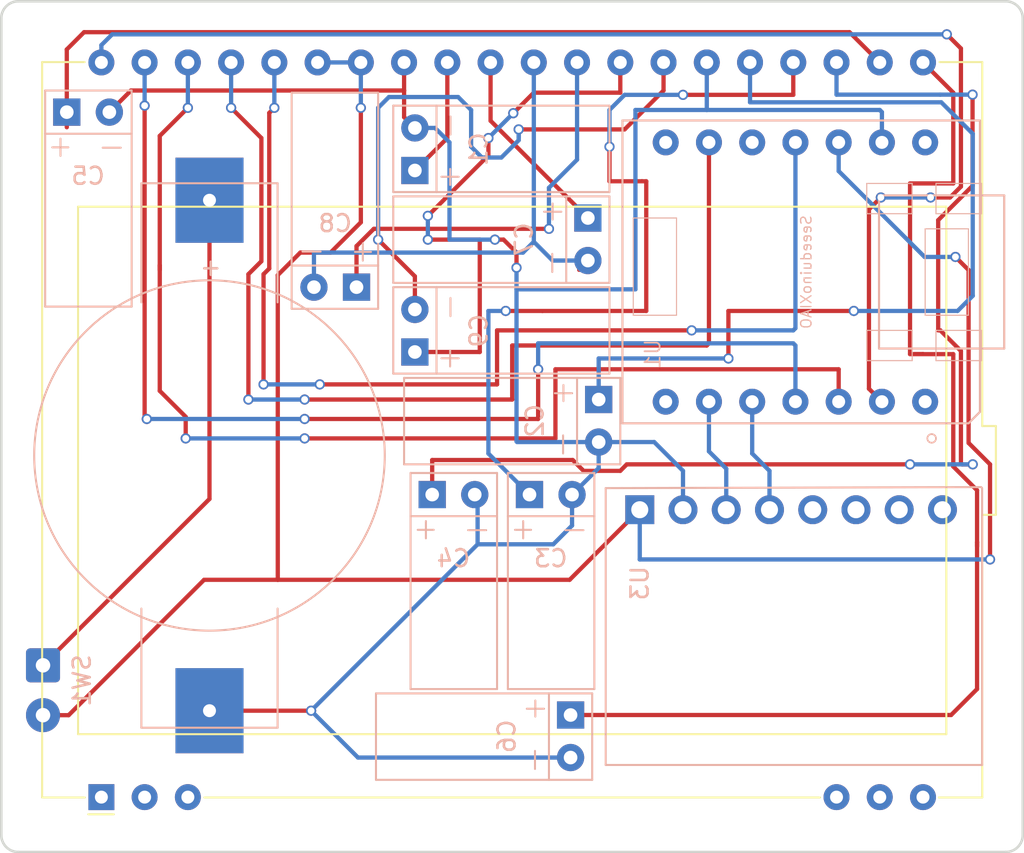
<source format=kicad_pcb>
(kicad_pcb (version 20171130) (host pcbnew "(5.1.9-0-10_14)")
  (layers (0 F.Cu signal) (31 B.Cu signal) (34 B.Paste user) (35 F.Paste user) (36 B.SilkS user) (37 F.SilkS user) (38 B.Mask user) (39 F.Mask user) (44 Edge.Cuts user))
  (net 0 "")
  (net 1 "Net-(BT1-Pad1)")
  (net 2 "Net-(BT1-Pad2)")
  (net 3 "Net-(C1-Pad1)")
  (net 4 "Net-(C2-Pad1)")
  (net 5 "Net-(C3-Pad1)")
  (net 6 "Net-(C4-Pad1)")
  (net 7 "Net-(C5-Pad1)")
  (net 8 "Net-(C6-Pad1)")
  (net 9 "Net-(C7-Pad2)")
  (net 10 "Net-(C7-Pad1)")
  (net 11 "Net-(C8-Pad1)")
  (net 12 "Net-(C9-Pad2)")
  (net 13 "Net-(C9-Pad1)")
  (net 14 "Net-(SW1-Pad2)")
  (net 15 "Net-(U1-Pad1)")
  (net 16 "Net-(U1-Pad2)")
  (net 17 "Net-(U1-Pad3)")
  (net 18 "Net-(U1-Pad4)")
  (net 19 "Net-(U1-Pad5)")
  (net 20 "Net-(U1-Pad6)")
  (net 21 "Net-(U1-Pad7)")
  (net 22 "Net-(U1-Pad8)")
  (net 23 "Net-(U1-Pad9)")
  (net 24 "Net-(U1-Pad10)")
  (net 25 "Net-(U1-Pad11)")
  (net 26 "Net-(U1-Pad14)")
  (net 27 "Net-(U3-Pad8)")
  (net 28 "Net-(U3-Pad7)")
  (net 29 "Net-(U3-Pad6)")
  (net 30 "Net-(U3-Pad5)")
  (module Connector_Wire:SolderWire-0.25sqmm_1x02_P4.5mm_D0.65mm_OD2mm (layer B.Cu) (at 52.451 89.027 270)
    (fp_text reference SW1 (at 0.889 -2.286 270) (layer B.SilkS) (effects (justify mirror)))
    (fp_text value SW_SPST)
    (pad 2 thru_hole circle (at 2.93 0 270) (size 2 2) (drill 0.85) (layers *.Cu *.Mask) (net 14 "Net-(SW1-Pad2)"))
    (pad 1 thru_hole roundrect (at 0 0 270) (size 2 2) (drill 0.85) (layers *.Cu *.Mask) (roundrect_rratio 0.125) (net 1 "Net-(BT1-Pad1)"))
  )
  (module Capacitor_THT:CP_Radial_D5.0mm_L10mm_P2.50mm_Lying (layer B.Cu) (at 74.295 70.612 90)
    (fp_text reference C9 (at 1.25 3.75 90) (layer B.SilkS) (effects (justify mirror)))
    (fp_text value CP)
    (fp_line (start -1.27 -1.27) (end 3.81 -1.27) (layer B.SilkS) (width 0.12))
    (fp_line (start 3.81 -1.27) (end 3.81 11.43) (layer B.SilkS) (width 0.12))
    (fp_line (start 3.81 11.43) (end -1.27 11.43) (layer B.SilkS) (width 0.12))
    (fp_line (start -1.27 11.43) (end -1.27 -1.27) (layer B.SilkS) (width 0.12))
    (fp_line (start -1.27 1.27) (end 3.81 1.27) (layer B.SilkS) (width 0.12))
    (fp_line (start -0.85 2.07) (end 0.09 2.07) (layer B.SilkS) (width 0.12))
    (fp_line (start -0.37 2.57) (end -0.37 1.56) (layer B.SilkS) (width 0.12))
    (fp_line (start 2.11 2.09) (end 3.17 2.09) (layer B.SilkS) (width 0.12))
    (pad 2 thru_hole circle (at 2.5 0 90) (size 1.6 1.6) (drill 0.8) (layers *.Cu *.Mask) (net 12 "Net-(C9-Pad2)"))
    (pad 1 thru_hole rect (at 0 0 90) (size 1.6 1.6) (drill 0.8) (layers *.Cu *.Mask) (net 13 "Net-(C9-Pad1)"))
  )
  (module Capacitor_THT:CP_Radial_D5.0mm_L10mm_P2.50mm_Lying (layer B.Cu) (at 70.866 66.802 180)
    (fp_text reference C8 (at 1.25 3.75) (layer B.SilkS) (effects (justify mirror)))
    (fp_text value CP)
    (fp_line (start -1.27 -1.27) (end 3.81 -1.27) (layer B.SilkS) (width 0.12))
    (fp_line (start 3.81 -1.27) (end 3.81 11.43) (layer B.SilkS) (width 0.12))
    (fp_line (start 3.81 11.43) (end -1.27 11.43) (layer B.SilkS) (width 0.12))
    (fp_line (start -1.27 11.43) (end -1.27 -1.27) (layer B.SilkS) (width 0.12))
    (fp_line (start -1.27 1.27) (end 3.81 1.27) (layer B.SilkS) (width 0.12))
    (fp_line (start -0.85 2.07) (end 0.09 2.07) (layer B.SilkS) (width 0.12))
    (fp_line (start -0.37 2.57) (end -0.37 1.56) (layer B.SilkS) (width 0.12))
    (fp_line (start 2.11 2.09) (end 3.17 2.09) (layer B.SilkS) (width 0.12))
    (pad 2 thru_hole circle (at 2.5 0 180) (size 1.6 1.6) (drill 0.8) (layers *.Cu *.Mask) (net 9 "Net-(C7-Pad2)"))
    (pad 1 thru_hole rect (at 0 0 180) (size 1.6 1.6) (drill 0.8) (layers *.Cu *.Mask) (net 11 "Net-(C8-Pad1)"))
  )
  (module Capacitor_THT:CP_Radial_D5.0mm_L10mm_P2.50mm_Lying (layer B.Cu) (at 84.455 62.738 270)
    (fp_text reference C7 (at 1.25 3.75 90) (layer B.SilkS) (effects (justify mirror)))
    (fp_text value CP)
    (fp_line (start -1.27 -1.27) (end 3.81 -1.27) (layer B.SilkS) (width 0.12))
    (fp_line (start 3.81 -1.27) (end 3.81 11.43) (layer B.SilkS) (width 0.12))
    (fp_line (start 3.81 11.43) (end -1.27 11.43) (layer B.SilkS) (width 0.12))
    (fp_line (start -1.27 11.43) (end -1.27 -1.27) (layer B.SilkS) (width 0.12))
    (fp_line (start -1.27 1.27) (end 3.81 1.27) (layer B.SilkS) (width 0.12))
    (fp_line (start -0.85 2.07) (end 0.09 2.07) (layer B.SilkS) (width 0.12))
    (fp_line (start -0.37 2.57) (end -0.37 1.56) (layer B.SilkS) (width 0.12))
    (fp_line (start 2.11 2.09) (end 3.17 2.09) (layer B.SilkS) (width 0.12))
    (pad 2 thru_hole circle (at 2.5 0 270) (size 1.6 1.6) (drill 0.8) (layers *.Cu *.Mask) (net 9 "Net-(C7-Pad2)"))
    (pad 1 thru_hole rect (at 0 0 270) (size 1.6 1.6) (drill 0.8) (layers *.Cu *.Mask) (net 10 "Net-(C7-Pad1)"))
  )
  (module Capacitor_THT:CP_Radial_D5.0mm_L10mm_P2.50mm_Lying (layer B.Cu) (at 83.439 91.948 270)
    (fp_text reference C6 (at 1.25 3.75 90) (layer B.SilkS) (effects (justify mirror)))
    (fp_text value CP)
    (fp_line (start -1.27 -1.27) (end 3.81 -1.27) (layer B.SilkS) (width 0.12))
    (fp_line (start 3.81 -1.27) (end 3.81 11.43) (layer B.SilkS) (width 0.12))
    (fp_line (start 3.81 11.43) (end -1.27 11.43) (layer B.SilkS) (width 0.12))
    (fp_line (start -1.27 11.43) (end -1.27 -1.27) (layer B.SilkS) (width 0.12))
    (fp_line (start -1.27 1.27) (end 3.81 1.27) (layer B.SilkS) (width 0.12))
    (fp_line (start -0.85 2.07) (end 0.09 2.07) (layer B.SilkS) (width 0.12))
    (fp_line (start -0.37 2.57) (end -0.37 1.56) (layer B.SilkS) (width 0.12))
    (fp_line (start 2.11 2.09) (end 3.17 2.09) (layer B.SilkS) (width 0.12))
    (pad 2 thru_hole circle (at 2.5 0 270) (size 1.6 1.6) (drill 0.8) (layers *.Cu *.Mask) (net 2 "Net-(BT1-Pad2)"))
    (pad 1 thru_hole rect (at 0 0 270) (size 1.6 1.6) (drill 0.8) (layers *.Cu *.Mask) (net 8 "Net-(C6-Pad1)"))
  )
  (module Capacitor_THT:CP_Radial_D5.0mm_L10mm_P2.50mm_Lying (layer B.Cu) (at 53.848 56.515)
    (fp_text reference C5 (at 1.25 3.75) (layer B.SilkS) (effects (justify mirror)))
    (fp_text value CP)
    (fp_line (start -1.27 -1.27) (end 3.81 -1.27) (layer B.SilkS) (width 0.12))
    (fp_line (start 3.81 -1.27) (end 3.81 11.43) (layer B.SilkS) (width 0.12))
    (fp_line (start 3.81 11.43) (end -1.27 11.43) (layer B.SilkS) (width 0.12))
    (fp_line (start -1.27 11.43) (end -1.27 -1.27) (layer B.SilkS) (width 0.12))
    (fp_line (start -1.27 1.27) (end 3.81 1.27) (layer B.SilkS) (width 0.12))
    (fp_line (start -0.85 2.07) (end 0.09 2.07) (layer B.SilkS) (width 0.12))
    (fp_line (start -0.37 2.57) (end -0.37 1.56) (layer B.SilkS) (width 0.12))
    (fp_line (start 2.11 2.09) (end 3.17 2.09) (layer B.SilkS) (width 0.12))
    (pad 2 thru_hole circle (at 2.5 0) (size 1.6 1.6) (drill 0.8) (layers *.Cu *.Mask) (net 2 "Net-(BT1-Pad2)"))
    (pad 1 thru_hole rect (at 0 0) (size 1.6 1.6) (drill 0.8) (layers *.Cu *.Mask) (net 7 "Net-(C5-Pad1)"))
  )
  (module Capacitor_THT:CP_Radial_D5.0mm_L10mm_P2.50mm_Lying (layer B.Cu) (at 75.311 78.994)
    (fp_text reference C4 (at 1.25 3.75) (layer B.SilkS) (effects (justify mirror)))
    (fp_text value CP)
    (fp_line (start -1.27 -1.27) (end 3.81 -1.27) (layer B.SilkS) (width 0.12))
    (fp_line (start 3.81 -1.27) (end 3.81 11.43) (layer B.SilkS) (width 0.12))
    (fp_line (start 3.81 11.43) (end -1.27 11.43) (layer B.SilkS) (width 0.12))
    (fp_line (start -1.27 11.43) (end -1.27 -1.27) (layer B.SilkS) (width 0.12))
    (fp_line (start -1.27 1.27) (end 3.81 1.27) (layer B.SilkS) (width 0.12))
    (fp_line (start -0.85 2.07) (end 0.09 2.07) (layer B.SilkS) (width 0.12))
    (fp_line (start -0.37 2.57) (end -0.37 1.56) (layer B.SilkS) (width 0.12))
    (fp_line (start 2.11 2.09) (end 3.17 2.09) (layer B.SilkS) (width 0.12))
    (pad 2 thru_hole circle (at 2.5 0) (size 1.6 1.6) (drill 0.8) (layers *.Cu *.Mask) (net 2 "Net-(BT1-Pad2)"))
    (pad 1 thru_hole rect (at 0 0) (size 1.6 1.6) (drill 0.8) (layers *.Cu *.Mask) (net 6 "Net-(C4-Pad1)"))
  )
  (module Capacitor_THT:CP_Radial_D5.0mm_L10mm_P2.50mm_Lying (layer B.Cu) (at 81.026 78.994)
    (fp_text reference C3 (at 1.25 3.75) (layer B.SilkS) (effects (justify mirror)))
    (fp_text value CP)
    (fp_line (start -1.27 -1.27) (end 3.81 -1.27) (layer B.SilkS) (width 0.12))
    (fp_line (start 3.81 -1.27) (end 3.81 11.43) (layer B.SilkS) (width 0.12))
    (fp_line (start 3.81 11.43) (end -1.27 11.43) (layer B.SilkS) (width 0.12))
    (fp_line (start -1.27 11.43) (end -1.27 -1.27) (layer B.SilkS) (width 0.12))
    (fp_line (start -1.27 1.27) (end 3.81 1.27) (layer B.SilkS) (width 0.12))
    (fp_line (start -0.85 2.07) (end 0.09 2.07) (layer B.SilkS) (width 0.12))
    (fp_line (start -0.37 2.57) (end -0.37 1.56) (layer B.SilkS) (width 0.12))
    (fp_line (start 2.11 2.09) (end 3.17 2.09) (layer B.SilkS) (width 0.12))
    (pad 2 thru_hole circle (at 2.5 0) (size 1.6 1.6) (drill 0.8) (layers *.Cu *.Mask) (net 2 "Net-(BT1-Pad2)"))
    (pad 1 thru_hole rect (at 0 0) (size 1.6 1.6) (drill 0.8) (layers *.Cu *.Mask) (net 5 "Net-(C3-Pad1)"))
  )
  (module Capacitor_THT:CP_Radial_D5.0mm_L10mm_P2.50mm_Lying (layer B.Cu) (at 85.09 73.406 270)
    (fp_text reference C2 (at 1.25 3.75 90) (layer B.SilkS) (effects (justify mirror)))
    (fp_text value CP)
    (fp_line (start -1.27 -1.27) (end 3.81 -1.27) (layer B.SilkS) (width 0.12))
    (fp_line (start 3.81 -1.27) (end 3.81 11.43) (layer B.SilkS) (width 0.12))
    (fp_line (start 3.81 11.43) (end -1.27 11.43) (layer B.SilkS) (width 0.12))
    (fp_line (start -1.27 11.43) (end -1.27 -1.27) (layer B.SilkS) (width 0.12))
    (fp_line (start -1.27 1.27) (end 3.81 1.27) (layer B.SilkS) (width 0.12))
    (fp_line (start -0.85 2.07) (end 0.09 2.07) (layer B.SilkS) (width 0.12))
    (fp_line (start -0.37 2.57) (end -0.37 1.56) (layer B.SilkS) (width 0.12))
    (fp_line (start 2.11 2.09) (end 3.17 2.09) (layer B.SilkS) (width 0.12))
    (pad 2 thru_hole circle (at 2.5 0 270) (size 1.6 1.6) (drill 0.8) (layers *.Cu *.Mask) (net 2 "Net-(BT1-Pad2)"))
    (pad 1 thru_hole rect (at 0 0 270) (size 1.6 1.6) (drill 0.8) (layers *.Cu *.Mask) (net 4 "Net-(C2-Pad1)"))
  )
  (module Capacitor_THT:CP_Radial_D5.0mm_L10mm_P2.50mm_Lying (layer B.Cu) (at 74.295 59.944 90)
    (fp_text reference C1 (at 1.25 3.75 90) (layer B.SilkS) (effects (justify mirror)))
    (fp_text value CP)
    (fp_line (start -1.27 -1.27) (end 3.81 -1.27) (layer B.SilkS) (width 0.12))
    (fp_line (start 3.81 -1.27) (end 3.81 11.43) (layer B.SilkS) (width 0.12))
    (fp_line (start 3.81 11.43) (end -1.27 11.43) (layer B.SilkS) (width 0.12))
    (fp_line (start -1.27 11.43) (end -1.27 -1.27) (layer B.SilkS) (width 0.12))
    (fp_line (start -1.27 1.27) (end 3.81 1.27) (layer B.SilkS) (width 0.12))
    (fp_line (start -0.85 2.07) (end 0.09 2.07) (layer B.SilkS) (width 0.12))
    (fp_line (start -0.37 2.57) (end -0.37 1.56) (layer B.SilkS) (width 0.12))
    (fp_line (start 2.11 2.09) (end 3.17 2.09) (layer B.SilkS) (width 0.12))
    (pad 2 thru_hole circle (at 2.5 0 90) (size 1.6 1.6) (drill 0.8) (layers *.Cu *.Mask) (net 2 "Net-(BT1-Pad2)"))
    (pad 1 thru_hole rect (at 0 0 90) (size 1.6 1.6) (drill 0.8) (layers *.Cu *.Mask) (net 3 "Net-(C1-Pad1)"))
  )
  (module XIAO:XIAO-MOUDLE14P-2.54-21X17.8MM_Pins (layer B.Cu) (at 86.487 74.803 90)
    (fp_text reference U1 (at 4.064 1.778 90) (layer B.SilkS) (effects (font (size 0.889 0.889) (thickness 0.1016)) (justify mirror)))
    (fp_text value SeeeduinoXIAO (at 8.89 10.795 90) (layer B.SilkS) (effects (font (size 0.6096 0.6096) (thickness 0.0762)) (justify mirror)))
    (fp_circle (center -0.889 18.161) (end -0.889 18.415) (layer B.SilkS) (width 0.1))
    (fp_line (start 4.3942 15.06982) (end 4.3942 22.42312) (layer B.SilkS) (width 0.127))
    (fp_line (start 13.39342 15.06982) (end 4.3942 15.06982) (layer B.SilkS) (width 0.127))
    (fp_line (start 13.39342 22.42312) (end 13.39342 15.06982) (layer B.SilkS) (width 0.127))
    (fp_line (start 4.39928 22.42312) (end 13.39342 22.42312) (layer B.SilkS) (width 0.127))
    (fp_line (start 0 20.32762) (end 0 0) (layer B.SilkS) (width 0.127))
    (fp_line (start 0.67056 20.99818) (end 0 20.32762) (layer B.SilkS) (width 0.127))
    (fp_line (start 17.79778 20.99818) (end 0.67056 20.99818) (layer B.SilkS) (width 0.127))
    (fp_line (start 17.79778 0) (end 17.79778 20.99818) (layer B.SilkS) (width 0.127))
    (fp_line (start 0 0) (end 17.79778 0) (layer B.SilkS) (width 0.127))
    (fp_line (start 12.319 18.415) (end 12.319 21.082) (layer B.SilkS) (width 0.06604))
    (fp_line (start 12.319 21.082) (end 14.097 21.082) (layer B.SilkS) (width 0.06604))
    (fp_line (start 14.097 18.415) (end 14.097 21.082) (layer B.SilkS) (width 0.06604))
    (fp_line (start 12.319 18.415) (end 14.097 18.415) (layer B.SilkS) (width 0.06604))
    (fp_line (start 12.319 14.34846) (end 12.319 17.018) (layer B.SilkS) (width 0.06604))
    (fp_line (start 12.319 17.018) (end 14.097 17.018) (layer B.SilkS) (width 0.06604))
    (fp_line (start 14.097 14.34846) (end 14.097 17.018) (layer B.SilkS) (width 0.06604))
    (fp_line (start 12.319 14.34846) (end 14.097 14.34846) (layer B.SilkS) (width 0.06604))
    (fp_line (start 3.683 14.34846) (end 3.683 17.018) (layer B.SilkS) (width 0.06604))
    (fp_line (start 3.683 17.018) (end 5.461 17.018) (layer B.SilkS) (width 0.06604))
    (fp_line (start 5.461 14.34846) (end 5.461 17.018) (layer B.SilkS) (width 0.06604))
    (fp_line (start 3.683 14.34846) (end 5.461 14.34846) (layer B.SilkS) (width 0.06604))
    (fp_line (start 3.683 18.415) (end 3.683 21.082) (layer B.SilkS) (width 0.06604))
    (fp_line (start 3.683 21.082) (end 5.461 21.082) (layer B.SilkS) (width 0.06604))
    (fp_line (start 5.461 18.415) (end 5.461 21.082) (layer B.SilkS) (width 0.06604))
    (fp_line (start 3.683 18.415) (end 5.461 18.415) (layer B.SilkS) (width 0.06604))
    (fp_line (start 6.35 0.635) (end 6.35 3.175) (layer B.SilkS) (width 0.06604))
    (fp_line (start 6.35 3.175) (end 12.065 3.175) (layer B.SilkS) (width 0.06604))
    (fp_line (start 12.065 0.635) (end 12.065 3.175) (layer B.SilkS) (width 0.06604))
    (fp_line (start 6.35 0.635) (end 12.065 0.635) (layer B.SilkS) (width 0.06604))
    (fp_line (start 6.35 17.78) (end 6.35 20.32) (layer B.SilkS) (width 0.06604))
    (fp_line (start 6.35 20.32) (end 11.43 20.32) (layer B.SilkS) (width 0.06604))
    (fp_line (start 11.43 17.78) (end 11.43 20.32) (layer B.SilkS) (width 0.06604))
    (fp_line (start 6.35 17.78) (end 11.43 17.78) (layer B.SilkS) (width 0.06604))
    (pad 1 thru_hole circle (at 1.27 17.78 90) (size 1.524 1.524) (drill 0.762) (layers *.Cu *.Mask) (net 15 "Net-(U1-Pad1)"))
    (pad 2 thru_hole circle (at 1.27 15.24 90) (size 1.524 1.524) (drill 0.762) (layers *.Cu *.Mask) (net 16 "Net-(U1-Pad2)"))
    (pad 3 thru_hole circle (at 1.27 12.7 90) (size 1.524 1.524) (drill 0.762) (layers *.Cu *.Mask) (net 17 "Net-(U1-Pad3)"))
    (pad 4 thru_hole circle (at 1.27 10.16 90) (size 1.524 1.524) (drill 0.762) (layers *.Cu *.Mask) (net 18 "Net-(U1-Pad4)"))
    (pad 5 thru_hole circle (at 1.27 7.62 90) (size 1.524 1.524) (drill 0.762) (layers *.Cu *.Mask) (net 19 "Net-(U1-Pad5)"))
    (pad 6 thru_hole circle (at 1.27 5.08 90) (size 1.524 1.524) (drill 0.762) (layers *.Cu *.Mask) (net 20 "Net-(U1-Pad6)"))
    (pad 7 thru_hole circle (at 1.27 2.54 90) (size 1.524 1.524) (drill 0.762) (layers *.Cu *.Mask) (net 21 "Net-(U1-Pad7)"))
    (pad 8 thru_hole circle (at 16.51 2.54 90) (size 1.524 1.524) (drill 0.762) (layers *.Cu *.Mask) (net 22 "Net-(U1-Pad8)"))
    (pad 9 thru_hole circle (at 16.51 5.08 90) (size 1.524 1.524) (drill 0.762) (layers *.Cu *.Mask) (net 23 "Net-(U1-Pad9)"))
    (pad 10 thru_hole circle (at 16.51 7.62 90) (size 1.524 1.524) (drill 0.762) (layers *.Cu *.Mask) (net 24 "Net-(U1-Pad10)"))
    (pad 11 thru_hole circle (at 16.51 10.16 90) (size 1.524 1.524) (drill 0.762) (layers *.Cu *.Mask) (net 25 "Net-(U1-Pad11)"))
    (pad 12 thru_hole circle (at 16.51 12.7 90) (size 1.524 1.524) (drill 0.762) (layers *.Cu *.Mask) (net 14 "Net-(SW1-Pad2)"))
    (pad 13 thru_hole circle (at 16.51 15.24 90) (size 1.524 1.524) (drill 0.762) (layers *.Cu *.Mask) (net 2 "Net-(BT1-Pad2)"))
    (pad 14 thru_hole circle (at 16.51 17.78 90) (size 1.524 1.524) (drill 0.762) (layers *.Cu *.Mask) (net 26 "Net-(U1-Pad14)"))
  )
  (module Sensor_Motion:MPU_Breakout (layer B.Cu) (at 87.503 79.883 270)
    (fp_text reference U3 (at 4.318 0 90) (layer B.SilkS) (effects (justify mirror)))
    (fp_text value MPU_Breakout)
    (fp_line (start -1.27 2) (end 15 2) (layer B.SilkS) (width 0.12))
    (fp_line (start 15 2) (end 15 -20.11) (layer B.SilkS) (width 0.12))
    (fp_line (start -1.27 2) (end -1.33 -20.066) (layer B.SilkS) (width 0.12))
    (fp_line (start -1.27 -20.11) (end 15 -20.11) (layer B.SilkS) (width 0.12))
    (pad 8 thru_hole oval (at 0 -17.78 270) (size 1.7 1.7) (drill 1) (layers *.Cu *.Mask) (net 27 "Net-(U3-Pad8)"))
    (pad 7 thru_hole oval (at 0 -15.24 270) (size 1.7 1.7) (drill 1) (layers *.Cu *.Mask) (net 28 "Net-(U3-Pad7)"))
    (pad 6 thru_hole oval (at 0 -12.7 270) (size 1.7 1.7) (drill 1) (layers *.Cu *.Mask) (net 29 "Net-(U3-Pad6)"))
    (pad 5 thru_hole oval (at 0 -10.16 270) (size 1.7 1.7) (drill 1) (layers *.Cu *.Mask) (net 30 "Net-(U3-Pad5)"))
    (pad 4 thru_hole oval (at 0 -7.62 270) (size 1.7 1.7) (drill 1) (layers *.Cu *.Mask) (net 19 "Net-(U1-Pad5)"))
    (pad 3 thru_hole oval (at 0 -5.08 270) (size 1.7 1.7) (drill 1) (layers *.Cu *.Mask) (net 20 "Net-(U1-Pad6)"))
    (pad 2 thru_hole oval (at 0 -2.54 270) (size 1.7 1.7) (drill 1) (layers *.Cu *.Mask) (net 2 "Net-(BT1-Pad2)"))
    (pad 1 thru_hole rect (at 0 0 270) (size 1.7 1.7) (drill 1) (layers *.Cu *.Mask) (net 14 "Net-(SW1-Pad2)"))
  )
  (module DOGM128:EA_DOGM128-6 (layer F.Cu) (at 55.88 96.774 90)
    (fp_text reference U2 hide)
    (fp_text value EA-DOGM128W-6)
    (fp_line (start 16.59 51.74) (end -0.02 51.74) (layer F.SilkS) (width 0.12))
    (fp_line (start 16.59 52.54) (end 16.59 51.74) (layer F.SilkS) (width 0.12))
    (fp_line (start 21.81 52.54) (end 16.59 52.54) (layer F.SilkS) (width 0.12))
    (fp_line (start 21.81 51.74) (end 21.81 52.54) (layer F.SilkS) (width 0.12))
    (fp_line (start 43.2 51.74) (end 21.81 51.74) (layer F.SilkS) (width 0.12))
    (fp_line (start -0.02 51.74) (end -0.02 49.19) (layer F.SilkS) (width 0.12))
    (fp_line (start -1.01 -0.77) (end -1.01 0.73) (layer F.SilkS) (width 0.12))
    (fp_line (start -0.02 -0.97) (end -0.02 -3.48) (layer F.SilkS) (width 0.12))
    (fp_line (start -0.02 6.05) (end -0.02 42.21) (layer F.SilkS) (width 0.12))
    (fp_line (start 43.2 49.23) (end 43.2 51.74) (layer F.SilkS) (width 0.12))
    (fp_line (start 43.2 -3.48) (end 43.2 -0.98) (layer F.SilkS) (width 0.12))
    (fp_line (start -0.02 -3.48) (end 43.2 -3.48) (layer F.SilkS) (width 0.12))
    (fp_line (start 34.7 -1.37) (end 3.7 -1.37) (layer F.SilkS) (width 0.12))
    (fp_line (start 3.7 -1.37) (end 3.7 49.63) (layer F.SilkS) (width 0.12))
    (fp_line (start 3.7 49.63) (end 34.7 49.63) (layer F.SilkS) (width 0.12))
    (fp_line (start 34.7 49.63) (end 34.7 -1.37) (layer F.SilkS) (width 0.12))
    (pad 40 thru_hole circle (at 43.18 0) (size 1.524 1.524) (drill 0.762) (layers *.Cu *.Mask) (net 16 "Net-(U1-Pad2)"))
    (pad 39 thru_hole circle (at 43.18 2.54) (size 1.524 1.524) (drill 0.762) (layers *.Cu *.Mask) (net 18 "Net-(U1-Pad4)"))
    (pad 38 thru_hole circle (at 43.18 5.08) (size 1.524 1.524) (drill 0.762) (layers *.Cu *.Mask) (net 17 "Net-(U1-Pad3)"))
    (pad 37 thru_hole circle (at 43.18 7.62) (size 1.524 1.524) (drill 0.762) (layers *.Cu *.Mask) (net 23 "Net-(U1-Pad9)"))
    (pad 36 thru_hole circle (at 43.18 10.16) (size 1.524 1.524) (drill 0.762) (layers *.Cu *.Mask) (net 25 "Net-(U1-Pad11)"))
    (pad 35 thru_hole circle (at 43.18 12.7) (size 1.524 1.524) (drill 0.762) (layers *.Cu *.Mask) (net 14 "Net-(SW1-Pad2)"))
    (pad 34 thru_hole circle (at 43.18 15.24) (size 1.524 1.524) (drill 0.762) (layers *.Cu *.Mask) (net 14 "Net-(SW1-Pad2)"))
    (pad 33 thru_hole circle (at 43.18 17.78) (size 1.524 1.524) (drill 0.762) (layers *.Cu *.Mask) (net 2 "Net-(BT1-Pad2)"))
    (pad 32 thru_hole circle (at 43.18 20.32) (size 1.524 1.524) (drill 0.762) (layers *.Cu *.Mask) (net 3 "Net-(C1-Pad1)"))
    (pad 31 thru_hole circle (at 43.18 22.86) (size 1.524 1.524) (drill 0.762) (layers *.Cu *.Mask) (net 10 "Net-(C7-Pad1)"))
    (pad 30 thru_hole circle (at 43.18 25.4) (size 1.524 1.524) (drill 0.762) (layers *.Cu *.Mask) (net 9 "Net-(C7-Pad2)"))
    (pad 29 thru_hole circle (at 43.18 27.94) (size 1.524 1.524) (drill 0.762) (layers *.Cu *.Mask) (net 11 "Net-(C8-Pad1)"))
    (pad 28 thru_hole circle (at 43.18 30.48) (size 1.524 1.524) (drill 0.762) (layers *.Cu *.Mask) (net 13 "Net-(C9-Pad1)"))
    (pad 27 thru_hole circle (at 43.18 33.02) (size 1.524 1.524) (drill 0.762) (layers *.Cu *.Mask) (net 12 "Net-(C9-Pad2)"))
    (pad 26 thru_hole circle (at 43.18 35.56) (size 1.524 1.524) (drill 0.762) (layers *.Cu *.Mask) (net 2 "Net-(BT1-Pad2)"))
    (pad 25 thru_hole circle (at 43.18 38.1) (size 1.524 1.524) (drill 0.762) (layers *.Cu *.Mask) (net 4 "Net-(C2-Pad1)"))
    (pad 24 thru_hole circle (at 43.18 40.64) (size 1.524 1.524) (drill 0.762) (layers *.Cu *.Mask) (net 5 "Net-(C3-Pad1)"))
    (pad 23 thru_hole circle (at 43.18 43.18) (size 1.524 1.524) (drill 0.762) (layers *.Cu *.Mask) (net 6 "Net-(C4-Pad1)"))
    (pad 22 thru_hole circle (at 43.18 45.72) (size 1.524 1.524) (drill 0.762) (layers *.Cu *.Mask) (net 7 "Net-(C5-Pad1)"))
    (pad 21 thru_hole circle (at 43.18 48.26) (size 1.524 1.524) (drill 0.762) (layers *.Cu *.Mask) (net 8 "Net-(C6-Pad1)"))
    (pad 20 thru_hole circle (at 0 48.26) (size 1.524 1.524) (drill 0.762) (layers *.Cu *.Mask))
    (pad 19 thru_hole circle (at 0 45.72) (size 1.524 1.524) (drill 0.762) (layers *.Cu *.Mask))
    (pad 18 thru_hole circle (at 0 43.18) (size 1.524 1.524) (drill 0.762) (layers *.Cu *.Mask))
    (pad 3 thru_hole circle (at 0 5.08) (size 1.524 1.524) (drill 0.762) (layers *.Cu *.Mask))
    (pad 2 thru_hole circle (at 0 2.54) (size 1.524 1.524) (drill 0.762) (layers *.Cu *.Mask))
    (pad 1 thru_hole rect (at 0 0) (size 1.524 1.524) (drill 0.762) (layers *.Cu *.Mask))
  )
  (module Battery:Battery_CR2032 (layer B.Cu) (at 62.23 76.694 270)
    (fp_text reference BT1 hide)
    (fp_text value Battery)
    (fp_circle (center 0 0) (end 9 5) (layer B.SilkS) (width 0.12))
    (fp_line (start 9 4) (end 16 4) (layer B.SilkS) (width 0.12))
    (fp_line (start 16 4) (end 16 -4) (layer B.SilkS) (width 0.12))
    (fp_line (start 16 -4) (end 9 -4) (layer B.SilkS) (width 0.12))
    (fp_line (start -9 4) (end -16 4) (layer B.SilkS) (width 0.12))
    (fp_line (start -16 4) (end -16 -4) (layer B.SilkS) (width 0.12))
    (fp_line (start -16 -4) (end -9 -4) (layer B.SilkS) (width 0.12))
    (fp_text user + (at -11 0 90) (layer B.SilkS) (effects (justify mirror)))
    (pad 1 thru_hole rect (at -15 0 270) (size 5 4) (drill 0.762) (layers *.Cu *.Mask) (net 1 "Net-(BT1-Pad1)"))
    (pad 2 thru_hole rect (at 15 0 270) (size 5 4) (drill 0.762) (layers *.Cu *.Mask) (net 2 "Net-(BT1-Pad2)"))
  )
  (gr_arc (start 51 99) (end 50 99) (angle -90) (layer Edge.Cuts) (width 0.15))
  (gr_arc (start 109 99) (end 109 100) (angle -90) (layer Edge.Cuts) (width 0.15))
  (gr_arc (start 109 51) (end 110 51) (angle -90) (layer Edge.Cuts) (width 0.15))
  (gr_arc (start 51 51) (end 51 50) (angle -90) (layer Edge.Cuts) (width 0.15))
  (gr_line (start 50 99) (end 50 51) (layer Edge.Cuts) (width 0.15))
  (gr_line (start 109 100) (end 51 100) (layer Edge.Cuts) (width 0.15))
  (gr_line (start 110 51) (end 110 99) (layer Edge.Cuts) (width 0.15))
  (gr_line (start 51 50) (end 109 50) (layer Edge.Cuts) (width 0.15))
  (segment (start 62.23 79.248) (end 52.451 89.027) (width 0.25) (layer F.Cu) (net 1))
  (segment (start 62.23 61.694) (end 62.23 79.248) (width 0.25) (layer F.Cu) (net 1))
  (segment (start 62.23 91.694) (end 68.199 91.694) (width 0.25) (layer F.Cu) (net 2))
  (segment (start 68.199 91.694) (end 68.199 91.694) (width 0.25) (layer F.Cu) (net 2))
  (via (at 68.199 91.694) (size 0.6) (drill 0.4) (layers F.Cu B.Cu) (net 2))
  (segment (start 68.199 91.694) (end 77.978 81.915) (width 0.25) (layer B.Cu) (net 2))
  (segment (start 77.978 79.161) (end 77.811 78.994) (width 0.25) (layer B.Cu) (net 2))
  (segment (start 77.978 81.915) (end 77.978 79.161) (width 0.25) (layer B.Cu) (net 2))
  (segment (start 70.953 94.448) (end 68.199 91.694) (width 0.25) (layer B.Cu) (net 2))
  (segment (start 83.439 94.448) (end 70.953 94.448) (width 0.25) (layer B.Cu) (net 2))
  (segment (start 77.978 81.915) (end 82.423 81.915) (width 0.25) (layer B.Cu) (net 2))
  (segment (start 83.526 80.812) (end 83.526 78.994) (width 0.25) (layer B.Cu) (net 2))
  (segment (start 82.423 81.915) (end 83.526 80.812) (width 0.25) (layer B.Cu) (net 2))
  (segment (start 83.526 78.994) (end 85.09 77.43) (width 0.25) (layer B.Cu) (net 2))
  (segment (start 85.09 77.43) (end 85.09 75.906) (width 0.25) (layer B.Cu) (net 2))
  (segment (start 90.043 79.883) (end 90.043 77.597) (width 0.25) (layer B.Cu) (net 2))
  (segment (start 88.352 75.906) (end 85.09 75.906) (width 0.25) (layer B.Cu) (net 2))
  (segment (start 90.043 77.597) (end 88.352 75.906) (width 0.25) (layer B.Cu) (net 2))
  (segment (start 73.66 56.809) (end 74.295 57.444) (width 0.25) (layer F.Cu) (net 2))
  (segment (start 56.348 56.515) (end 57.618 55.245) (width 0.25) (layer F.Cu) (net 2))
  (segment (start 57.618 55.245) (end 73.66 55.245) (width 0.25) (layer F.Cu) (net 2))
  (segment (start 73.66 55.245) (end 73.66 56.809) (width 0.25) (layer F.Cu) (net 2))
  (segment (start 73.66 53.594) (end 73.66 55.245) (width 0.25) (layer F.Cu) (net 2))
  (segment (start 85.09 75.906) (end 80.304 75.906) (width 0.25) (layer B.Cu) (net 2))
  (segment (start 80.304 75.906) (end 80.264 75.866) (width 0.25) (layer B.Cu) (net 2))
  (segment (start 80.264 65.659) (end 80.264 65.659) (width 0.25) (layer B.Cu) (net 2))
  (via (at 80.264 65.659) (size 0.6) (drill 0.4) (layers F.Cu B.Cu) (net 2))
  (segment (start 80.264 65.659) (end 80.264 64.77) (width 0.25) (layer F.Cu) (net 2))
  (segment (start 80.264 64.77) (end 79.502 64.008) (width 0.25) (layer F.Cu) (net 2))
  (segment (start 79.502 64.008) (end 78.994 64.008) (width 0.25) (layer F.Cu) (net 2))
  (segment (start 78.994 64.008) (end 78.994 64.008) (width 0.25) (layer F.Cu) (net 2))
  (via (at 78.994 64.008) (size 0.6) (drill 0.4) (layers F.Cu B.Cu) (net 2))
  (segment (start 74.295 57.444) (end 75.478 57.444) (width 0.25) (layer B.Cu) (net 2))
  (segment (start 75.478 57.444) (end 76.327 58.293) (width 0.25) (layer B.Cu) (net 2))
  (segment (start 76.327 58.293) (end 76.327 64.008) (width 0.25) (layer B.Cu) (net 2))
  (segment (start 76.327 64.008) (end 78.994 64.008) (width 0.25) (layer B.Cu) (net 2))
  (segment (start 91.44 53.594) (end 91.44 56.388) (width 0.25) (layer B.Cu) (net 2))
  (segment (start 91.44 56.388) (end 101.6 56.388) (width 0.25) (layer B.Cu) (net 2))
  (segment (start 101.727 56.515) (end 101.727 58.293) (width 0.25) (layer B.Cu) (net 2))
  (segment (start 101.6 56.388) (end 101.727 56.515) (width 0.25) (layer B.Cu) (net 2))
  (segment (start 91.44 56.388) (end 87.249 56.388) (width 0.25) (layer B.Cu) (net 2))
  (segment (start 87.249 56.388) (end 87.249 66.929) (width 0.25) (layer B.Cu) (net 2))
  (segment (start 87.249 66.929) (end 80.264 66.929) (width 0.25) (layer B.Cu) (net 2))
  (segment (start 80.264 66.929) (end 80.264 65.659) (width 0.25) (layer B.Cu) (net 2))
  (segment (start 80.264 75.866) (end 80.264 66.929) (width 0.25) (layer B.Cu) (net 2))
  (segment (start 76.2 58.039) (end 74.295 59.944) (width 0.25) (layer F.Cu) (net 3))
  (segment (start 76.2 53.594) (end 76.2 58.039) (width 0.25) (layer F.Cu) (net 3))
  (segment (start 85.09 73.406) (end 85.09 70.993) (width 0.25) (layer B.Cu) (net 4))
  (segment (start 85.09 70.993) (end 92.71 70.993) (width 0.25) (layer B.Cu) (net 4))
  (segment (start 92.71 70.993) (end 92.71 70.993) (width 0.25) (layer B.Cu) (net 4))
  (via (at 92.71 70.993) (size 0.6) (drill 0.4) (layers F.Cu B.Cu) (net 4))
  (segment (start 92.71 70.993) (end 92.71 68.199) (width 0.25) (layer F.Cu) (net 4))
  (segment (start 92.71 68.199) (end 100.076 68.199) (width 0.25) (layer F.Cu) (net 4))
  (segment (start 100.076 68.199) (end 100.076 68.199) (width 0.25) (layer F.Cu) (net 4))
  (via (at 100.076 68.199) (size 0.6) (drill 0.4) (layers F.Cu B.Cu) (net 4))
  (segment (start 107.061 67.31) (end 106.172 68.199) (width 0.25) (layer B.Cu) (net 4))
  (segment (start 107.061 57.785) (end 107.061 67.31) (width 0.25) (layer B.Cu) (net 4))
  (segment (start 105.21399 55.93799) (end 107.061 57.785) (width 0.25) (layer B.Cu) (net 4))
  (segment (start 93.98 55.93799) (end 105.21399 55.93799) (width 0.25) (layer B.Cu) (net 4))
  (segment (start 106.172 68.199) (end 100.076 68.199) (width 0.25) (layer B.Cu) (net 4))
  (segment (start 93.98 53.594) (end 93.98 55.93799) (width 0.25) (layer B.Cu) (net 4))
  (segment (start 81.026 78.994) (end 78.613 76.581) (width 0.25) (layer B.Cu) (net 5))
  (segment (start 78.613 76.581) (end 78.613 68.199) (width 0.25) (layer B.Cu) (net 5))
  (segment (start 78.613 68.199) (end 79.629 68.199) (width 0.25) (layer B.Cu) (net 5))
  (segment (start 79.629 68.199) (end 79.629 68.199) (width 0.25) (layer B.Cu) (net 5))
  (via (at 79.629 68.199) (size 0.6) (drill 0.4) (layers F.Cu B.Cu) (net 5))
  (segment (start 79.629 68.199) (end 81.788 68.199) (width 0.25) (layer F.Cu) (net 5))
  (segment (start 81.788 68.199) (end 87.884 68.199) (width 0.25) (layer F.Cu) (net 5))
  (segment (start 87.884 68.199) (end 87.884 60.579) (width 0.25) (layer F.Cu) (net 5))
  (segment (start 87.884 60.579) (end 87.63 60.579) (width 0.25) (layer F.Cu) (net 5))
  (segment (start 87.63 60.579) (end 85.725 60.579) (width 0.25) (layer F.Cu) (net 5))
  (segment (start 85.725 60.579) (end 85.725 58.547) (width 0.25) (layer F.Cu) (net 5))
  (segment (start 85.725 58.547) (end 85.725 58.547) (width 0.25) (layer F.Cu) (net 5))
  (via (at 85.725 58.547) (size 0.6) (drill 0.4) (layers F.Cu B.Cu) (net 5))
  (segment (start 85.725 58.547) (end 85.725 56.388) (width 0.25) (layer B.Cu) (net 5))
  (segment (start 85.725 56.388) (end 86.614 55.499) (width 0.25) (layer B.Cu) (net 5))
  (segment (start 86.614 55.499) (end 90.043 55.499) (width 0.25) (layer B.Cu) (net 5))
  (segment (start 90.043 55.499) (end 90.17 55.499) (width 0.25) (layer B.Cu) (net 5))
  (via (at 90.043 55.499) (size 0.6) (drill 0.4) (layers F.Cu B.Cu) (net 5))
  (segment (start 90.043 55.499) (end 96.52 55.499) (width 0.25) (layer F.Cu) (net 5))
  (segment (start 96.52 55.499) (end 96.52 53.594) (width 0.25) (layer F.Cu) (net 5))
  (segment (start 99.06 53.594) (end 99.06 55.48798) (width 0.25) (layer B.Cu) (net 6))
  (segment (start 99.06 55.48798) (end 105.156 55.48798) (width 0.25) (layer B.Cu) (net 6))
  (segment (start 105.156 55.48798) (end 106.92298 55.48798) (width 0.25) (layer B.Cu) (net 6))
  (segment (start 106.92298 55.48798) (end 107.04998 55.48798) (width 0.25) (layer B.Cu) (net 6))
  (segment (start 107.04998 55.48798) (end 107.04998 55.48798) (width 0.25) (layer B.Cu) (net 6))
  (via (at 107.04998 55.48798) (size 0.6) (drill 0.4) (layers F.Cu B.Cu) (net 6))
  (segment (start 107.04998 60.84684) (end 105.03182 62.865) (width 0.25) (layer F.Cu) (net 6))
  (segment (start 107.04998 55.48798) (end 107.04998 60.84684) (width 0.25) (layer F.Cu) (net 6))
  (segment (start 105.03182 62.865) (end 105.03182 69.33918) (width 0.25) (layer F.Cu) (net 6))
  (segment (start 106.36801 70.5526) (end 106.36801 77.14699) (width 0.25) (layer F.Cu) (net 6))
  (segment (start 105.15459 69.33918) (end 106.36801 70.5526) (width 0.25) (layer F.Cu) (net 6))
  (segment (start 105.03182 69.33918) (end 105.15459 69.33918) (width 0.25) (layer F.Cu) (net 6))
  (segment (start 106.36801 77.14699) (end 106.43702 77.216) (width 0.25) (layer F.Cu) (net 6))
  (segment (start 106.43702 77.216) (end 107.061 77.216) (width 0.25) (layer F.Cu) (net 6))
  (segment (start 107.061 77.216) (end 107.061 77.216) (width 0.25) (layer F.Cu) (net 6))
  (via (at 107.061 77.216) (size 0.6) (drill 0.4) (layers F.Cu B.Cu) (net 6))
  (segment (start 107.061 77.216) (end 103.378 77.216) (width 0.25) (layer B.Cu) (net 6))
  (segment (start 103.378 77.216) (end 103.378 77.216) (width 0.25) (layer B.Cu) (net 6))
  (via (at 103.378 77.216) (size 0.6) (drill 0.4) (layers F.Cu B.Cu) (net 6))
  (segment (start 103.378 77.216) (end 86.741 77.216) (width 0.25) (layer F.Cu) (net 6))
  (segment (start 86.741 77.216) (end 86.36 77.597) (width 0.25) (layer F.Cu) (net 6))
  (segment (start 86.36 77.597) (end 84.201 77.597) (width 0.25) (layer F.Cu) (net 6))
  (segment (start 84.201 77.597) (end 83.566 76.962) (width 0.25) (layer F.Cu) (net 6))
  (segment (start 83.566 76.962) (end 75.311 76.962) (width 0.25) (layer F.Cu) (net 6))
  (segment (start 75.311 76.962) (end 75.311 78.994) (width 0.25) (layer F.Cu) (net 6))
  (segment (start 53.848 56.515) (end 53.848 57.404) (width 0.25) (layer F.Cu) (net 7))
  (segment (start 53.848 56.515) (end 53.848 52.832) (width 0.25) (layer F.Cu) (net 7))
  (segment (start 53.848 52.832) (end 54.864 51.816) (width 0.25) (layer F.Cu) (net 7))
  (segment (start 99.822 51.816) (end 101.6 53.594) (width 0.25) (layer F.Cu) (net 7))
  (segment (start 54.864 51.816) (end 99.822 51.816) (width 0.25) (layer F.Cu) (net 7))
  (segment (start 83.439 91.948) (end 105.791 91.948) (width 0.25) (layer F.Cu) (net 8))
  (segment (start 105.791 91.948) (end 107.315 90.424) (width 0.25) (layer F.Cu) (net 8))
  (segment (start 107.315 81.788) (end 107.315 82.042) (width 0.25) (layer F.Cu) (net 8))
  (segment (start 107.315 90.424) (end 107.315 81.788) (width 0.25) (layer F.Cu) (net 8))
  (segment (start 107.315 78.74) (end 107.315 81.788) (width 0.25) (layer F.Cu) (net 8))
  (segment (start 105.918 77.343) (end 107.315 78.74) (width 0.25) (layer F.Cu) (net 8))
  (segment (start 105.918 70.739) (end 105.918 77.343) (width 0.25) (layer F.Cu) (net 8))
  (segment (start 105.918 60.706) (end 103.378 60.706) (width 0.25) (layer F.Cu) (net 8))
  (segment (start 105.918 55.372) (end 105.918 60.706) (width 0.25) (layer F.Cu) (net 8))
  (segment (start 104.14 53.594) (end 105.918 55.372) (width 0.25) (layer F.Cu) (net 8))
  (segment (start 103.378 60.706) (end 103.378 70.739) (width 0.25) (layer F.Cu) (net 8))
  (segment (start 103.378 70.739) (end 104.14 70.739) (width 0.25) (layer F.Cu) (net 8))
  (segment (start 104.14 70.739) (end 105.918 70.739) (width 0.25) (layer F.Cu) (net 8))
  (segment (start 103.632 70.739) (end 104.14 70.739) (width 0.25) (layer F.Cu) (net 8))
  (segment (start 83.947 65.786) (end 83.947 65.786) (width 0.25) (layer F.Cu) (net 9))
  (segment (start 81.28 53.594) (end 81.28 64.135) (width 0.25) (layer B.Cu) (net 9))
  (segment (start 82.383 65.238) (end 84.455 65.238) (width 0.25) (layer B.Cu) (net 9))
  (segment (start 81.28 64.135) (end 82.383 65.238) (width 0.25) (layer B.Cu) (net 9))
  (segment (start 68.366 66.802) (end 68.366 64.81) (width 0.25) (layer B.Cu) (net 9))
  (segment (start 68.366 64.81) (end 68.406 64.77) (width 0.25) (layer B.Cu) (net 9))
  (segment (start 80.645 64.77) (end 81.28 64.135) (width 0.25) (layer B.Cu) (net 9))
  (segment (start 68.406 64.77) (end 80.645 64.77) (width 0.25) (layer B.Cu) (net 9))
  (segment (start 78.74 57.023) (end 84.455 62.738) (width 0.25) (layer F.Cu) (net 10))
  (segment (start 78.74 53.594) (end 78.74 57.023) (width 0.25) (layer F.Cu) (net 10))
  (segment (start 83.82 53.594) (end 83.82 59.309) (width 0.25) (layer B.Cu) (net 11))
  (segment (start 83.82 59.309) (end 82.169 60.96) (width 0.25) (layer B.Cu) (net 11))
  (segment (start 82.169 60.96) (end 82.169 63.373) (width 0.25) (layer B.Cu) (net 11))
  (segment (start 82.169 63.373) (end 82.169 63.373) (width 0.25) (layer B.Cu) (net 11))
  (via (at 82.169 63.373) (size 0.6) (drill 0.4) (layers F.Cu B.Cu) (net 11))
  (segment (start 70.866 66.802) (end 70.866 64.389) (width 0.25) (layer F.Cu) (net 11))
  (segment (start 71.882 63.373) (end 82.169 63.373) (width 0.25) (layer F.Cu) (net 11))
  (segment (start 70.866 64.389) (end 71.882 63.373) (width 0.25) (layer F.Cu) (net 11))
  (segment (start 88.9 53.594) (end 88.9 55.245) (width 0.25) (layer F.Cu) (net 12))
  (segment (start 88.9 55.245) (end 86.614 57.531) (width 0.25) (layer F.Cu) (net 12))
  (segment (start 86.614 57.531) (end 80.391 57.531) (width 0.25) (layer F.Cu) (net 12))
  (segment (start 80.391 57.531) (end 80.391 57.531) (width 0.25) (layer F.Cu) (net 12))
  (via (at 80.391 57.531) (size 0.6) (drill 0.4) (layers F.Cu B.Cu) (net 12))
  (segment (start 80.391 57.531) (end 80.391 58.039) (width 0.25) (layer B.Cu) (net 12))
  (segment (start 74.295 68.112) (end 74.295 66.167) (width 0.25) (layer F.Cu) (net 12))
  (segment (start 74.295 66.167) (end 72.136 64.008) (width 0.25) (layer F.Cu) (net 12))
  (segment (start 72.136 64.008) (end 72.136 64.008) (width 0.25) (layer F.Cu) (net 12))
  (via (at 72.136 64.008) (size 0.6) (drill 0.4) (layers F.Cu B.Cu) (net 12))
  (segment (start 72.136 64.008) (end 72.136 56.261) (width 0.25) (layer B.Cu) (net 12))
  (segment (start 72.136 56.261) (end 72.771 55.626) (width 0.25) (layer B.Cu) (net 12))
  (segment (start 72.771 55.626) (end 76.835 55.626) (width 0.25) (layer B.Cu) (net 12))
  (segment (start 76.835 55.626) (end 77.597 56.388) (width 0.25) (layer B.Cu) (net 12))
  (segment (start 77.597 56.388) (end 77.597 58.547) (width 0.25) (layer B.Cu) (net 12))
  (segment (start 77.597 58.547) (end 78.232 59.182) (width 0.25) (layer B.Cu) (net 12))
  (segment (start 78.232 59.182) (end 79.375 59.182) (width 0.25) (layer B.Cu) (net 12))
  (segment (start 79.375 59.182) (end 80.391 58.166) (width 0.25) (layer B.Cu) (net 12))
  (segment (start 80.391 58.166) (end 80.391 57.531) (width 0.25) (layer B.Cu) (net 12))
  (segment (start 86.36 53.594) (end 86.36 55.372) (width 0.25) (layer F.Cu) (net 13))
  (segment (start 86.36 55.372) (end 81.28 55.372) (width 0.25) (layer F.Cu) (net 13))
  (segment (start 81.28 55.372) (end 80.0735 56.5785) (width 0.25) (layer F.Cu) (net 13))
  (segment (start 74.295 70.612) (end 78.105 70.612) (width 0.25) (layer F.Cu) (net 13))
  (segment (start 78.105 70.612) (end 78.105 64.008) (width 0.25) (layer F.Cu) (net 13))
  (segment (start 78.105 64.008) (end 75.057 64.008) (width 0.25) (layer F.Cu) (net 13))
  (segment (start 75.057 64.008) (end 75.057 64.008) (width 0.25) (layer F.Cu) (net 13))
  (via (at 75.057 64.008) (size 0.6) (drill 0.4) (layers F.Cu B.Cu) (net 13))
  (segment (start 75.057 64.008) (end 75.057 62.611) (width 0.25) (layer B.Cu) (net 13))
  (segment (start 75.057 62.611) (end 75.057 62.611) (width 0.25) (layer B.Cu) (net 13))
  (via (at 75.057 62.611) (size 0.6) (drill 0.4) (layers F.Cu B.Cu) (net 13))
  (segment (start 80.0735 56.5785) (end 80.01 56.642) (width 0.25) (layer F.Cu) (net 13))
  (via (at 80.0735 56.5785) (size 0.6) (drill 0.4) (layers F.Cu B.Cu) (net 13))
  (segment (start 80.0735 56.5785) (end 78.613 58.039) (width 0.25) (layer B.Cu) (net 13))
  (segment (start 78.613 58.039) (end 78.613 58.039) (width 0.25) (layer B.Cu) (net 13))
  (via (at 78.613 58.039) (size 0.6) (drill 0.4) (layers F.Cu B.Cu) (net 13))
  (segment (start 78.613 59.055) (end 75.057 62.611) (width 0.25) (layer F.Cu) (net 13))
  (segment (start 78.613 58.039) (end 78.613 59.055) (width 0.25) (layer F.Cu) (net 13))
  (segment (start 52.451 91.957) (end 53.957 91.957) (width 0.25) (layer F.Cu) (net 14))
  (segment (start 53.957 91.957) (end 61.914 84) (width 0.25) (layer F.Cu) (net 14))
  (segment (start 83.386 84) (end 87.503 79.883) (width 0.25) (layer F.Cu) (net 14))
  (segment (start 71.12 53.594) (end 68.58 53.594) (width 0.25) (layer B.Cu) (net 14))
  (segment (start 71.12 53.594) (end 71.12 56.261) (width 0.25) (layer B.Cu) (net 14))
  (segment (start 71.12 56.261) (end 71.12 56.261) (width 0.25) (layer B.Cu) (net 14))
  (via (at 71.12 56.261) (size 0.6) (drill 0.4) (layers F.Cu B.Cu) (net 14))
  (segment (start 71.12 56.261) (end 71.12 62.992) (width 0.25) (layer F.Cu) (net 14))
  (segment (start 71.12 62.992) (end 69.342 64.77) (width 0.25) (layer F.Cu) (net 14))
  (segment (start 69.342 64.77) (end 67.564 64.77) (width 0.25) (layer F.Cu) (net 14))
  (segment (start 66.241 66.093) (end 66.241 84) (width 0.25) (layer F.Cu) (net 14))
  (segment (start 67.564 64.77) (end 66.241 66.093) (width 0.25) (layer F.Cu) (net 14))
  (segment (start 66.241 84) (end 83.386 84) (width 0.25) (layer F.Cu) (net 14))
  (segment (start 61.914 84) (end 66.241 84) (width 0.25) (layer F.Cu) (net 14))
  (segment (start 99.187 59.980002) (end 104.230998 65.024) (width 0.25) (layer B.Cu) (net 14))
  (segment (start 99.187 58.293) (end 99.187 59.980002) (width 0.25) (layer B.Cu) (net 14))
  (segment (start 104.230998 65.024) (end 105.41 65.024) (width 0.25) (layer B.Cu) (net 14))
  (segment (start 105.41 65.024) (end 106.045 65.024) (width 0.25) (layer B.Cu) (net 14))
  (segment (start 106.045 65.024) (end 106.045 65.024) (width 0.25) (layer B.Cu) (net 14))
  (via (at 106.045 65.024) (size 0.6) (drill 0.4) (layers F.Cu B.Cu) (net 14))
  (segment (start 106.045 65.024) (end 106.81802 65.79702) (width 0.25) (layer F.Cu) (net 14))
  (segment (start 106.81802 65.79702) (end 106.81802 70.3662) (width 0.25) (layer F.Cu) (net 14))
  (segment (start 106.81802 70.3662) (end 106.81802 75.95702) (width 0.25) (layer F.Cu) (net 14))
  (segment (start 106.81802 75.95702) (end 108.077 77.216) (width 0.25) (layer F.Cu) (net 14))
  (segment (start 108.077 77.216) (end 108.077 82.804) (width 0.25) (layer F.Cu) (net 14))
  (segment (start 108.077 82.804) (end 108.077 82.804) (width 0.25) (layer F.Cu) (net 14))
  (via (at 108.077 82.804) (size 0.6) (drill 0.4) (layers F.Cu B.Cu) (net 14))
  (segment (start 108.077 82.804) (end 87.503 82.804) (width 0.25) (layer B.Cu) (net 14))
  (segment (start 87.503 82.804) (end 87.503 79.883) (width 0.25) (layer B.Cu) (net 14))
  (segment (start 55.88 52.578) (end 55.88 53.594) (width 0.25) (layer B.Cu) (net 16))
  (segment (start 56.515 51.943) (end 55.88 52.578) (width 0.25) (layer B.Cu) (net 16))
  (segment (start 105.537 51.943) (end 105.537 51.943) (width 0.25) (layer B.Cu) (net 16))
  (segment (start 100.965001 72.771001) (end 100.965001 62.229999) (width 0.25) (layer F.Cu) (net 16))
  (segment (start 101.727 73.533) (end 100.965001 72.771001) (width 0.25) (layer F.Cu) (net 16))
  (segment (start 100.965001 62.229999) (end 101.6635 61.5315) (width 0.25) (layer F.Cu) (net 16))
  (segment (start 101.6635 61.5315) (end 101.727 61.468) (width 0.25) (layer F.Cu) (net 16))
  (via (at 101.6635 61.5315) (size 0.6) (drill 0.4) (layers F.Cu B.Cu) (net 16))
  (segment (start 101.6635 61.5315) (end 104.5845 61.5315) (width 0.25) (layer B.Cu) (net 16))
  (segment (start 104.5845 61.5315) (end 104.5845 61.5315) (width 0.25) (layer B.Cu) (net 16))
  (via (at 104.5845 61.5315) (size 0.6) (drill 0.4) (layers F.Cu B.Cu) (net 16))
  (segment (start 105.537 51.943) (end 56.515 51.943) (width 0.25) (layer B.Cu) (net 16))
  (via (at 105.537 51.943) (size 0.6) (drill 0.4) (layers F.Cu B.Cu) (net 16))
  (segment (start 106.36801 60.8924) (end 106.36801 52.77401) (width 0.25) (layer F.Cu) (net 16))
  (segment (start 105.72891 61.5315) (end 106.36801 60.8924) (width 0.25) (layer F.Cu) (net 16))
  (segment (start 106.36801 52.77401) (end 105.537 51.943) (width 0.25) (layer F.Cu) (net 16))
  (segment (start 104.5845 61.5315) (end 105.72891 61.5315) (width 0.25) (layer F.Cu) (net 16))
  (segment (start 60.96 53.594) (end 60.96 56.261) (width 0.25) (layer B.Cu) (net 17))
  (segment (start 60.96 56.261) (end 60.96 56.261) (width 0.25) (layer B.Cu) (net 17))
  (via (at 60.96 56.261) (size 0.6) (drill 0.4) (layers F.Cu B.Cu) (net 17))
  (segment (start 60.96 56.261) (end 59.309 57.912) (width 0.25) (layer F.Cu) (net 17))
  (segment (start 99.187 73.533) (end 99.187 71.628) (width 0.25) (layer F.Cu) (net 17))
  (segment (start 99.187 71.628) (end 82.55 71.628) (width 0.25) (layer F.Cu) (net 17))
  (segment (start 82.55 71.628) (end 82.55 75.692) (width 0.25) (layer F.Cu) (net 17))
  (segment (start 82.55 75.692) (end 67.818 75.692) (width 0.25) (layer F.Cu) (net 17))
  (segment (start 67.818 75.692) (end 67.818 75.692) (width 0.25) (layer F.Cu) (net 17))
  (via (at 67.818 75.692) (size 0.6) (drill 0.4) (layers F.Cu B.Cu) (net 17))
  (segment (start 67.818 75.692) (end 60.833 75.692) (width 0.25) (layer B.Cu) (net 17))
  (segment (start 60.833 75.692) (end 60.833 75.692) (width 0.25) (layer B.Cu) (net 17))
  (via (at 60.833 75.692) (size 0.6) (drill 0.4) (layers F.Cu B.Cu) (net 17))
  (segment (start 60.833 75.692) (end 60.833 74.422) (width 0.25) (layer F.Cu) (net 17))
  (segment (start 59.309 72.898) (end 59.309 65.532) (width 0.25) (layer F.Cu) (net 17))
  (segment (start 60.833 74.422) (end 59.309 72.898) (width 0.25) (layer F.Cu) (net 17))
  (segment (start 59.309 65.532) (end 59.309 65.786) (width 0.25) (layer F.Cu) (net 17))
  (segment (start 59.309 57.912) (end 59.309 65.532) (width 0.25) (layer F.Cu) (net 17))
  (segment (start 58.42 53.594) (end 58.42 56.134) (width 0.25) (layer B.Cu) (net 18))
  (segment (start 58.42 56.134) (end 58.42 56.134) (width 0.25) (layer B.Cu) (net 18))
  (via (at 58.42 56.134) (size 0.6) (drill 0.4) (layers F.Cu B.Cu) (net 18))
  (segment (start 96.647 73.533) (end 96.647 71.628) (width 0.25) (layer B.Cu) (net 18))
  (segment (start 81.534 71.628) (end 81.534 71.628) (width 0.25) (layer B.Cu) (net 18))
  (via (at 81.534 71.628) (size 0.6) (drill 0.4) (layers F.Cu B.Cu) (net 18))
  (segment (start 81.534 71.628) (end 81.534 74.549) (width 0.25) (layer F.Cu) (net 18))
  (segment (start 81.534 74.549) (end 67.818 74.549) (width 0.25) (layer F.Cu) (net 18))
  (segment (start 67.818 74.549) (end 67.818 74.549) (width 0.25) (layer F.Cu) (net 18))
  (via (at 67.818 74.549) (size 0.6) (drill 0.4) (layers F.Cu B.Cu) (net 18))
  (segment (start 67.818 74.549) (end 58.547 74.549) (width 0.25) (layer B.Cu) (net 18))
  (segment (start 58.547 74.549) (end 58.547 74.549) (width 0.25) (layer B.Cu) (net 18))
  (via (at 58.547 74.549) (size 0.6) (drill 0.4) (layers F.Cu B.Cu) (net 18))
  (segment (start 58.42 74.422) (end 58.547 74.549) (width 0.25) (layer F.Cu) (net 18))
  (segment (start 58.42 56.134) (end 58.42 74.422) (width 0.25) (layer F.Cu) (net 18))
  (segment (start 81.534 71.628) (end 81.534 70.104) (width 0.25) (layer B.Cu) (net 18))
  (segment (start 81.534 70.104) (end 96.52 70.104) (width 0.25) (layer B.Cu) (net 18))
  (segment (start 96.647 70.231) (end 96.647 71.628) (width 0.25) (layer B.Cu) (net 18))
  (segment (start 96.52 70.104) (end 96.647 70.231) (width 0.25) (layer B.Cu) (net 18))
  (segment (start 95.123 79.883) (end 95.123 77.597) (width 0.25) (layer B.Cu) (net 19))
  (segment (start 94.107 76.581) (end 94.107 73.533) (width 0.25) (layer B.Cu) (net 19))
  (segment (start 95.123 77.597) (end 94.107 76.581) (width 0.25) (layer B.Cu) (net 19))
  (segment (start 92.583 79.883) (end 92.583 77.47) (width 0.25) (layer B.Cu) (net 20))
  (segment (start 91.567 76.454) (end 91.567 73.533) (width 0.25) (layer B.Cu) (net 20))
  (segment (start 92.583 77.47) (end 91.567 76.454) (width 0.25) (layer B.Cu) (net 20))
  (segment (start 63.5 53.594) (end 63.5 56.261) (width 0.25) (layer B.Cu) (net 23))
  (segment (start 63.5 56.261) (end 63.5 56.261) (width 0.25) (layer B.Cu) (net 23))
  (via (at 63.5 56.261) (size 0.6) (drill 0.4) (layers F.Cu B.Cu) (net 23))
  (segment (start 63.5 56.261) (end 65.278 58.039) (width 0.25) (layer F.Cu) (net 23))
  (segment (start 65.278 58.039) (end 65.278 65.278) (width 0.25) (layer F.Cu) (net 23))
  (segment (start 65.278 65.278) (end 64.516 66.04) (width 0.25) (layer F.Cu) (net 23))
  (segment (start 64.516 66.04) (end 64.516 73.406) (width 0.25) (layer F.Cu) (net 23))
  (segment (start 64.516 73.406) (end 64.516 73.406) (width 0.25) (layer F.Cu) (net 23))
  (via (at 64.516 73.406) (size 0.6) (drill 0.4) (layers F.Cu B.Cu) (net 23))
  (segment (start 64.516 73.406) (end 67.818 73.406) (width 0.25) (layer B.Cu) (net 23))
  (segment (start 67.818 73.406) (end 67.818 73.406) (width 0.25) (layer B.Cu) (net 23))
  (via (at 67.818 73.406) (size 0.6) (drill 0.4) (layers F.Cu B.Cu) (net 23))
  (segment (start 67.818 73.406) (end 80.01 73.406) (width 0.25) (layer F.Cu) (net 23))
  (segment (start 80.01 73.406) (end 80.01 70.231) (width 0.25) (layer F.Cu) (net 23))
  (segment (start 80.01 70.231) (end 91.44 70.231) (width 0.25) (layer F.Cu) (net 23))
  (segment (start 91.567 70.104) (end 91.567 58.293) (width 0.25) (layer F.Cu) (net 23))
  (segment (start 91.44 70.231) (end 91.567 70.104) (width 0.25) (layer F.Cu) (net 23))
  (segment (start 66.04 53.594) (end 66.04 56.261) (width 0.25) (layer B.Cu) (net 25))
  (segment (start 66.04 56.261) (end 66.04 56.261) (width 0.25) (layer B.Cu) (net 25))
  (via (at 66.04 56.261) (size 0.6) (drill 0.4) (layers F.Cu B.Cu) (net 25))
  (segment (start 65.740001 56.560999) (end 65.740001 65.704999) (width 0.25) (layer F.Cu) (net 25))
  (segment (start 66.04 56.261) (end 65.740001 56.560999) (width 0.25) (layer F.Cu) (net 25))
  (segment (start 65.740001 65.704999) (end 65.405 66.04) (width 0.25) (layer F.Cu) (net 25))
  (segment (start 65.405 66.04) (end 65.405 72.517) (width 0.25) (layer F.Cu) (net 25))
  (segment (start 65.405 72.517) (end 65.405 72.517) (width 0.25) (layer F.Cu) (net 25))
  (via (at 65.405 72.517) (size 0.6) (drill 0.4) (layers F.Cu B.Cu) (net 25))
  (segment (start 65.405 72.517) (end 68.707 72.517) (width 0.25) (layer B.Cu) (net 25))
  (segment (start 68.707 72.517) (end 68.707 72.517) (width 0.25) (layer B.Cu) (net 25))
  (via (at 68.707 72.517) (size 0.6) (drill 0.4) (layers F.Cu B.Cu) (net 25))
  (segment (start 68.707 72.517) (end 79.121 72.517) (width 0.25) (layer F.Cu) (net 25))
  (segment (start 79.121 72.517) (end 79.121 69.342) (width 0.25) (layer F.Cu) (net 25))
  (segment (start 79.121 69.342) (end 90.551 69.342) (width 0.25) (layer F.Cu) (net 25))
  (segment (start 90.551 69.342) (end 90.551 69.342) (width 0.25) (layer F.Cu) (net 25))
  (via (at 90.551 69.342) (size 0.6) (drill 0.4) (layers F.Cu B.Cu) (net 25))
  (segment (start 90.551 69.342) (end 96.52 69.342) (width 0.25) (layer B.Cu) (net 25))
  (segment (start 96.647 69.215) (end 96.647 58.293) (width 0.25) (layer B.Cu) (net 25))
  (segment (start 96.52 69.342) (end 96.647 69.215) (width 0.25) (layer B.Cu) (net 25))
)
</source>
